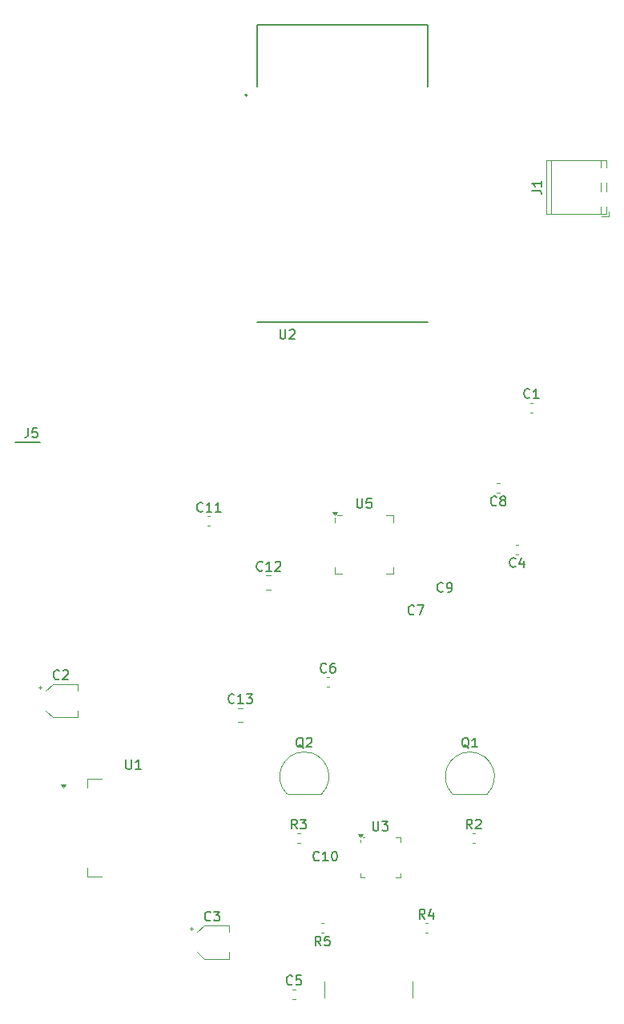
<source format=gbr>
%TF.GenerationSoftware,KiCad,Pcbnew,8.0.4*%
%TF.CreationDate,2025-08-04T00:55:42+05:30*%
%TF.ProjectId,Receiver,52656365-6976-4657-922e-6b696361645f,rev?*%
%TF.SameCoordinates,Original*%
%TF.FileFunction,Legend,Top*%
%TF.FilePolarity,Positive*%
%FSLAX46Y46*%
G04 Gerber Fmt 4.6, Leading zero omitted, Abs format (unit mm)*
G04 Created by KiCad (PCBNEW 8.0.4) date 2025-08-04 00:55:42*
%MOMM*%
%LPD*%
G01*
G04 APERTURE LIST*
%ADD10C,0.150000*%
%ADD11C,0.120000*%
%ADD12C,0.127000*%
%ADD13C,0.200000*%
G04 APERTURE END LIST*
D10*
X138288095Y-93612319D02*
X138288095Y-94421842D01*
X138288095Y-94421842D02*
X138335714Y-94517080D01*
X138335714Y-94517080D02*
X138383333Y-94564700D01*
X138383333Y-94564700D02*
X138478571Y-94612319D01*
X138478571Y-94612319D02*
X138669047Y-94612319D01*
X138669047Y-94612319D02*
X138764285Y-94564700D01*
X138764285Y-94564700D02*
X138811904Y-94517080D01*
X138811904Y-94517080D02*
X138859523Y-94421842D01*
X138859523Y-94421842D02*
X138859523Y-93612319D01*
X139811904Y-93612319D02*
X139335714Y-93612319D01*
X139335714Y-93612319D02*
X139288095Y-94088509D01*
X139288095Y-94088509D02*
X139335714Y-94040890D01*
X139335714Y-94040890D02*
X139430952Y-93993271D01*
X139430952Y-93993271D02*
X139669047Y-93993271D01*
X139669047Y-93993271D02*
X139764285Y-94040890D01*
X139764285Y-94040890D02*
X139811904Y-94088509D01*
X139811904Y-94088509D02*
X139859523Y-94183747D01*
X139859523Y-94183747D02*
X139859523Y-94421842D01*
X139859523Y-94421842D02*
X139811904Y-94517080D01*
X139811904Y-94517080D02*
X139764285Y-94564700D01*
X139764285Y-94564700D02*
X139669047Y-94612319D01*
X139669047Y-94612319D02*
X139430952Y-94612319D01*
X139430952Y-94612319D02*
X139335714Y-94564700D01*
X139335714Y-94564700D02*
X139288095Y-94517080D01*
X139988095Y-127717319D02*
X139988095Y-128526842D01*
X139988095Y-128526842D02*
X140035714Y-128622080D01*
X140035714Y-128622080D02*
X140083333Y-128669700D01*
X140083333Y-128669700D02*
X140178571Y-128717319D01*
X140178571Y-128717319D02*
X140369047Y-128717319D01*
X140369047Y-128717319D02*
X140464285Y-128669700D01*
X140464285Y-128669700D02*
X140511904Y-128622080D01*
X140511904Y-128622080D02*
X140559523Y-128526842D01*
X140559523Y-128526842D02*
X140559523Y-127717319D01*
X140940476Y-127717319D02*
X141559523Y-127717319D01*
X141559523Y-127717319D02*
X141226190Y-128098271D01*
X141226190Y-128098271D02*
X141369047Y-128098271D01*
X141369047Y-128098271D02*
X141464285Y-128145890D01*
X141464285Y-128145890D02*
X141511904Y-128193509D01*
X141511904Y-128193509D02*
X141559523Y-128288747D01*
X141559523Y-128288747D02*
X141559523Y-128526842D01*
X141559523Y-128526842D02*
X141511904Y-128622080D01*
X141511904Y-128622080D02*
X141464285Y-128669700D01*
X141464285Y-128669700D02*
X141369047Y-128717319D01*
X141369047Y-128717319D02*
X141083333Y-128717319D01*
X141083333Y-128717319D02*
X140988095Y-128669700D01*
X140988095Y-128669700D02*
X140940476Y-128622080D01*
X130163095Y-75739819D02*
X130163095Y-76549342D01*
X130163095Y-76549342D02*
X130210714Y-76644580D01*
X130210714Y-76644580D02*
X130258333Y-76692200D01*
X130258333Y-76692200D02*
X130353571Y-76739819D01*
X130353571Y-76739819D02*
X130544047Y-76739819D01*
X130544047Y-76739819D02*
X130639285Y-76692200D01*
X130639285Y-76692200D02*
X130686904Y-76644580D01*
X130686904Y-76644580D02*
X130734523Y-76549342D01*
X130734523Y-76549342D02*
X130734523Y-75739819D01*
X131163095Y-75835057D02*
X131210714Y-75787438D01*
X131210714Y-75787438D02*
X131305952Y-75739819D01*
X131305952Y-75739819D02*
X131544047Y-75739819D01*
X131544047Y-75739819D02*
X131639285Y-75787438D01*
X131639285Y-75787438D02*
X131686904Y-75835057D01*
X131686904Y-75835057D02*
X131734523Y-75930295D01*
X131734523Y-75930295D02*
X131734523Y-76025533D01*
X131734523Y-76025533D02*
X131686904Y-76168390D01*
X131686904Y-76168390D02*
X131115476Y-76739819D01*
X131115476Y-76739819D02*
X131734523Y-76739819D01*
X113888095Y-121204819D02*
X113888095Y-122014342D01*
X113888095Y-122014342D02*
X113935714Y-122109580D01*
X113935714Y-122109580D02*
X113983333Y-122157200D01*
X113983333Y-122157200D02*
X114078571Y-122204819D01*
X114078571Y-122204819D02*
X114269047Y-122204819D01*
X114269047Y-122204819D02*
X114364285Y-122157200D01*
X114364285Y-122157200D02*
X114411904Y-122109580D01*
X114411904Y-122109580D02*
X114459523Y-122014342D01*
X114459523Y-122014342D02*
X114459523Y-121204819D01*
X115459523Y-122204819D02*
X114888095Y-122204819D01*
X115173809Y-122204819D02*
X115173809Y-121204819D01*
X115173809Y-121204819D02*
X115078571Y-121347676D01*
X115078571Y-121347676D02*
X114983333Y-121442914D01*
X114983333Y-121442914D02*
X114888095Y-121490533D01*
X134470833Y-140884819D02*
X134137500Y-140408628D01*
X133899405Y-140884819D02*
X133899405Y-139884819D01*
X133899405Y-139884819D02*
X134280357Y-139884819D01*
X134280357Y-139884819D02*
X134375595Y-139932438D01*
X134375595Y-139932438D02*
X134423214Y-139980057D01*
X134423214Y-139980057D02*
X134470833Y-140075295D01*
X134470833Y-140075295D02*
X134470833Y-140218152D01*
X134470833Y-140218152D02*
X134423214Y-140313390D01*
X134423214Y-140313390D02*
X134375595Y-140361009D01*
X134375595Y-140361009D02*
X134280357Y-140408628D01*
X134280357Y-140408628D02*
X133899405Y-140408628D01*
X135375595Y-139884819D02*
X134899405Y-139884819D01*
X134899405Y-139884819D02*
X134851786Y-140361009D01*
X134851786Y-140361009D02*
X134899405Y-140313390D01*
X134899405Y-140313390D02*
X134994643Y-140265771D01*
X134994643Y-140265771D02*
X135232738Y-140265771D01*
X135232738Y-140265771D02*
X135327976Y-140313390D01*
X135327976Y-140313390D02*
X135375595Y-140361009D01*
X135375595Y-140361009D02*
X135423214Y-140456247D01*
X135423214Y-140456247D02*
X135423214Y-140694342D01*
X135423214Y-140694342D02*
X135375595Y-140789580D01*
X135375595Y-140789580D02*
X135327976Y-140837200D01*
X135327976Y-140837200D02*
X135232738Y-140884819D01*
X135232738Y-140884819D02*
X134994643Y-140884819D01*
X134994643Y-140884819D02*
X134899405Y-140837200D01*
X134899405Y-140837200D02*
X134851786Y-140789580D01*
X145470833Y-138024819D02*
X145137500Y-137548628D01*
X144899405Y-138024819D02*
X144899405Y-137024819D01*
X144899405Y-137024819D02*
X145280357Y-137024819D01*
X145280357Y-137024819D02*
X145375595Y-137072438D01*
X145375595Y-137072438D02*
X145423214Y-137120057D01*
X145423214Y-137120057D02*
X145470833Y-137215295D01*
X145470833Y-137215295D02*
X145470833Y-137358152D01*
X145470833Y-137358152D02*
X145423214Y-137453390D01*
X145423214Y-137453390D02*
X145375595Y-137501009D01*
X145375595Y-137501009D02*
X145280357Y-137548628D01*
X145280357Y-137548628D02*
X144899405Y-137548628D01*
X146327976Y-137358152D02*
X146327976Y-138024819D01*
X146089881Y-136977200D02*
X145851786Y-137691485D01*
X145851786Y-137691485D02*
X146470833Y-137691485D01*
X131970833Y-128524819D02*
X131637500Y-128048628D01*
X131399405Y-128524819D02*
X131399405Y-127524819D01*
X131399405Y-127524819D02*
X131780357Y-127524819D01*
X131780357Y-127524819D02*
X131875595Y-127572438D01*
X131875595Y-127572438D02*
X131923214Y-127620057D01*
X131923214Y-127620057D02*
X131970833Y-127715295D01*
X131970833Y-127715295D02*
X131970833Y-127858152D01*
X131970833Y-127858152D02*
X131923214Y-127953390D01*
X131923214Y-127953390D02*
X131875595Y-128001009D01*
X131875595Y-128001009D02*
X131780357Y-128048628D01*
X131780357Y-128048628D02*
X131399405Y-128048628D01*
X132304167Y-127524819D02*
X132923214Y-127524819D01*
X132923214Y-127524819D02*
X132589881Y-127905771D01*
X132589881Y-127905771D02*
X132732738Y-127905771D01*
X132732738Y-127905771D02*
X132827976Y-127953390D01*
X132827976Y-127953390D02*
X132875595Y-128001009D01*
X132875595Y-128001009D02*
X132923214Y-128096247D01*
X132923214Y-128096247D02*
X132923214Y-128334342D01*
X132923214Y-128334342D02*
X132875595Y-128429580D01*
X132875595Y-128429580D02*
X132827976Y-128477200D01*
X132827976Y-128477200D02*
X132732738Y-128524819D01*
X132732738Y-128524819D02*
X132447024Y-128524819D01*
X132447024Y-128524819D02*
X132351786Y-128477200D01*
X132351786Y-128477200D02*
X132304167Y-128429580D01*
X150470833Y-128524819D02*
X150137500Y-128048628D01*
X149899405Y-128524819D02*
X149899405Y-127524819D01*
X149899405Y-127524819D02*
X150280357Y-127524819D01*
X150280357Y-127524819D02*
X150375595Y-127572438D01*
X150375595Y-127572438D02*
X150423214Y-127620057D01*
X150423214Y-127620057D02*
X150470833Y-127715295D01*
X150470833Y-127715295D02*
X150470833Y-127858152D01*
X150470833Y-127858152D02*
X150423214Y-127953390D01*
X150423214Y-127953390D02*
X150375595Y-128001009D01*
X150375595Y-128001009D02*
X150280357Y-128048628D01*
X150280357Y-128048628D02*
X149899405Y-128048628D01*
X150851786Y-127620057D02*
X150899405Y-127572438D01*
X150899405Y-127572438D02*
X150994643Y-127524819D01*
X150994643Y-127524819D02*
X151232738Y-127524819D01*
X151232738Y-127524819D02*
X151327976Y-127572438D01*
X151327976Y-127572438D02*
X151375595Y-127620057D01*
X151375595Y-127620057D02*
X151423214Y-127715295D01*
X151423214Y-127715295D02*
X151423214Y-127810533D01*
X151423214Y-127810533D02*
X151375595Y-127953390D01*
X151375595Y-127953390D02*
X150804167Y-128524819D01*
X150804167Y-128524819D02*
X151423214Y-128524819D01*
X132634761Y-119990057D02*
X132539523Y-119942438D01*
X132539523Y-119942438D02*
X132444285Y-119847200D01*
X132444285Y-119847200D02*
X132301428Y-119704342D01*
X132301428Y-119704342D02*
X132206190Y-119656723D01*
X132206190Y-119656723D02*
X132110952Y-119656723D01*
X132158571Y-119894819D02*
X132063333Y-119847200D01*
X132063333Y-119847200D02*
X131968095Y-119751961D01*
X131968095Y-119751961D02*
X131920476Y-119561485D01*
X131920476Y-119561485D02*
X131920476Y-119228152D01*
X131920476Y-119228152D02*
X131968095Y-119037676D01*
X131968095Y-119037676D02*
X132063333Y-118942438D01*
X132063333Y-118942438D02*
X132158571Y-118894819D01*
X132158571Y-118894819D02*
X132349047Y-118894819D01*
X132349047Y-118894819D02*
X132444285Y-118942438D01*
X132444285Y-118942438D02*
X132539523Y-119037676D01*
X132539523Y-119037676D02*
X132587142Y-119228152D01*
X132587142Y-119228152D02*
X132587142Y-119561485D01*
X132587142Y-119561485D02*
X132539523Y-119751961D01*
X132539523Y-119751961D02*
X132444285Y-119847200D01*
X132444285Y-119847200D02*
X132349047Y-119894819D01*
X132349047Y-119894819D02*
X132158571Y-119894819D01*
X132968095Y-118990057D02*
X133015714Y-118942438D01*
X133015714Y-118942438D02*
X133110952Y-118894819D01*
X133110952Y-118894819D02*
X133349047Y-118894819D01*
X133349047Y-118894819D02*
X133444285Y-118942438D01*
X133444285Y-118942438D02*
X133491904Y-118990057D01*
X133491904Y-118990057D02*
X133539523Y-119085295D01*
X133539523Y-119085295D02*
X133539523Y-119180533D01*
X133539523Y-119180533D02*
X133491904Y-119323390D01*
X133491904Y-119323390D02*
X132920476Y-119894819D01*
X132920476Y-119894819D02*
X133539523Y-119894819D01*
X150134761Y-119990057D02*
X150039523Y-119942438D01*
X150039523Y-119942438D02*
X149944285Y-119847200D01*
X149944285Y-119847200D02*
X149801428Y-119704342D01*
X149801428Y-119704342D02*
X149706190Y-119656723D01*
X149706190Y-119656723D02*
X149610952Y-119656723D01*
X149658571Y-119894819D02*
X149563333Y-119847200D01*
X149563333Y-119847200D02*
X149468095Y-119751961D01*
X149468095Y-119751961D02*
X149420476Y-119561485D01*
X149420476Y-119561485D02*
X149420476Y-119228152D01*
X149420476Y-119228152D02*
X149468095Y-119037676D01*
X149468095Y-119037676D02*
X149563333Y-118942438D01*
X149563333Y-118942438D02*
X149658571Y-118894819D01*
X149658571Y-118894819D02*
X149849047Y-118894819D01*
X149849047Y-118894819D02*
X149944285Y-118942438D01*
X149944285Y-118942438D02*
X150039523Y-119037676D01*
X150039523Y-119037676D02*
X150087142Y-119228152D01*
X150087142Y-119228152D02*
X150087142Y-119561485D01*
X150087142Y-119561485D02*
X150039523Y-119751961D01*
X150039523Y-119751961D02*
X149944285Y-119847200D01*
X149944285Y-119847200D02*
X149849047Y-119894819D01*
X149849047Y-119894819D02*
X149658571Y-119894819D01*
X151039523Y-119894819D02*
X150468095Y-119894819D01*
X150753809Y-119894819D02*
X150753809Y-118894819D01*
X150753809Y-118894819D02*
X150658571Y-119037676D01*
X150658571Y-119037676D02*
X150563333Y-119132914D01*
X150563333Y-119132914D02*
X150468095Y-119180533D01*
X103537626Y-86164359D02*
X103537626Y-86879449D01*
X103537626Y-86879449D02*
X103489953Y-87022467D01*
X103489953Y-87022467D02*
X103394608Y-87117813D01*
X103394608Y-87117813D02*
X103251590Y-87165485D01*
X103251590Y-87165485D02*
X103156245Y-87165485D01*
X104491080Y-86164359D02*
X104014353Y-86164359D01*
X104014353Y-86164359D02*
X103966680Y-86641086D01*
X103966680Y-86641086D02*
X104014353Y-86593413D01*
X104014353Y-86593413D02*
X104109698Y-86545741D01*
X104109698Y-86545741D02*
X104348062Y-86545741D01*
X104348062Y-86545741D02*
X104443407Y-86593413D01*
X104443407Y-86593413D02*
X104491080Y-86641086D01*
X104491080Y-86641086D02*
X104538752Y-86736431D01*
X104538752Y-86736431D02*
X104538752Y-86974795D01*
X104538752Y-86974795D02*
X104491080Y-87070140D01*
X104491080Y-87070140D02*
X104443407Y-87117813D01*
X104443407Y-87117813D02*
X104348062Y-87165485D01*
X104348062Y-87165485D02*
X104109698Y-87165485D01*
X104109698Y-87165485D02*
X104014353Y-87117813D01*
X104014353Y-87117813D02*
X103966680Y-87070140D01*
X156794819Y-61063333D02*
X157509104Y-61063333D01*
X157509104Y-61063333D02*
X157651961Y-61110952D01*
X157651961Y-61110952D02*
X157747200Y-61206190D01*
X157747200Y-61206190D02*
X157794819Y-61349047D01*
X157794819Y-61349047D02*
X157794819Y-61444285D01*
X157794819Y-60063333D02*
X157794819Y-60634761D01*
X157794819Y-60349047D02*
X156794819Y-60349047D01*
X156794819Y-60349047D02*
X156937676Y-60444285D01*
X156937676Y-60444285D02*
X157032914Y-60539523D01*
X157032914Y-60539523D02*
X157080533Y-60634761D01*
X125319642Y-115179580D02*
X125272023Y-115227200D01*
X125272023Y-115227200D02*
X125129166Y-115274819D01*
X125129166Y-115274819D02*
X125033928Y-115274819D01*
X125033928Y-115274819D02*
X124891071Y-115227200D01*
X124891071Y-115227200D02*
X124795833Y-115131961D01*
X124795833Y-115131961D02*
X124748214Y-115036723D01*
X124748214Y-115036723D02*
X124700595Y-114846247D01*
X124700595Y-114846247D02*
X124700595Y-114703390D01*
X124700595Y-114703390D02*
X124748214Y-114512914D01*
X124748214Y-114512914D02*
X124795833Y-114417676D01*
X124795833Y-114417676D02*
X124891071Y-114322438D01*
X124891071Y-114322438D02*
X125033928Y-114274819D01*
X125033928Y-114274819D02*
X125129166Y-114274819D01*
X125129166Y-114274819D02*
X125272023Y-114322438D01*
X125272023Y-114322438D02*
X125319642Y-114370057D01*
X126272023Y-115274819D02*
X125700595Y-115274819D01*
X125986309Y-115274819D02*
X125986309Y-114274819D01*
X125986309Y-114274819D02*
X125891071Y-114417676D01*
X125891071Y-114417676D02*
X125795833Y-114512914D01*
X125795833Y-114512914D02*
X125700595Y-114560533D01*
X126605357Y-114274819D02*
X127224404Y-114274819D01*
X127224404Y-114274819D02*
X126891071Y-114655771D01*
X126891071Y-114655771D02*
X127033928Y-114655771D01*
X127033928Y-114655771D02*
X127129166Y-114703390D01*
X127129166Y-114703390D02*
X127176785Y-114751009D01*
X127176785Y-114751009D02*
X127224404Y-114846247D01*
X127224404Y-114846247D02*
X127224404Y-115084342D01*
X127224404Y-115084342D02*
X127176785Y-115179580D01*
X127176785Y-115179580D02*
X127129166Y-115227200D01*
X127129166Y-115227200D02*
X127033928Y-115274819D01*
X127033928Y-115274819D02*
X126748214Y-115274819D01*
X126748214Y-115274819D02*
X126652976Y-115227200D01*
X126652976Y-115227200D02*
X126605357Y-115179580D01*
X128319642Y-101179580D02*
X128272023Y-101227200D01*
X128272023Y-101227200D02*
X128129166Y-101274819D01*
X128129166Y-101274819D02*
X128033928Y-101274819D01*
X128033928Y-101274819D02*
X127891071Y-101227200D01*
X127891071Y-101227200D02*
X127795833Y-101131961D01*
X127795833Y-101131961D02*
X127748214Y-101036723D01*
X127748214Y-101036723D02*
X127700595Y-100846247D01*
X127700595Y-100846247D02*
X127700595Y-100703390D01*
X127700595Y-100703390D02*
X127748214Y-100512914D01*
X127748214Y-100512914D02*
X127795833Y-100417676D01*
X127795833Y-100417676D02*
X127891071Y-100322438D01*
X127891071Y-100322438D02*
X128033928Y-100274819D01*
X128033928Y-100274819D02*
X128129166Y-100274819D01*
X128129166Y-100274819D02*
X128272023Y-100322438D01*
X128272023Y-100322438D02*
X128319642Y-100370057D01*
X129272023Y-101274819D02*
X128700595Y-101274819D01*
X128986309Y-101274819D02*
X128986309Y-100274819D01*
X128986309Y-100274819D02*
X128891071Y-100417676D01*
X128891071Y-100417676D02*
X128795833Y-100512914D01*
X128795833Y-100512914D02*
X128700595Y-100560533D01*
X129652976Y-100370057D02*
X129700595Y-100322438D01*
X129700595Y-100322438D02*
X129795833Y-100274819D01*
X129795833Y-100274819D02*
X130033928Y-100274819D01*
X130033928Y-100274819D02*
X130129166Y-100322438D01*
X130129166Y-100322438D02*
X130176785Y-100370057D01*
X130176785Y-100370057D02*
X130224404Y-100465295D01*
X130224404Y-100465295D02*
X130224404Y-100560533D01*
X130224404Y-100560533D02*
X130176785Y-100703390D01*
X130176785Y-100703390D02*
X129605357Y-101274819D01*
X129605357Y-101274819D02*
X130224404Y-101274819D01*
X121994642Y-94929580D02*
X121947023Y-94977200D01*
X121947023Y-94977200D02*
X121804166Y-95024819D01*
X121804166Y-95024819D02*
X121708928Y-95024819D01*
X121708928Y-95024819D02*
X121566071Y-94977200D01*
X121566071Y-94977200D02*
X121470833Y-94881961D01*
X121470833Y-94881961D02*
X121423214Y-94786723D01*
X121423214Y-94786723D02*
X121375595Y-94596247D01*
X121375595Y-94596247D02*
X121375595Y-94453390D01*
X121375595Y-94453390D02*
X121423214Y-94262914D01*
X121423214Y-94262914D02*
X121470833Y-94167676D01*
X121470833Y-94167676D02*
X121566071Y-94072438D01*
X121566071Y-94072438D02*
X121708928Y-94024819D01*
X121708928Y-94024819D02*
X121804166Y-94024819D01*
X121804166Y-94024819D02*
X121947023Y-94072438D01*
X121947023Y-94072438D02*
X121994642Y-94120057D01*
X122947023Y-95024819D02*
X122375595Y-95024819D01*
X122661309Y-95024819D02*
X122661309Y-94024819D01*
X122661309Y-94024819D02*
X122566071Y-94167676D01*
X122566071Y-94167676D02*
X122470833Y-94262914D01*
X122470833Y-94262914D02*
X122375595Y-94310533D01*
X123899404Y-95024819D02*
X123327976Y-95024819D01*
X123613690Y-95024819D02*
X123613690Y-94024819D01*
X123613690Y-94024819D02*
X123518452Y-94167676D01*
X123518452Y-94167676D02*
X123423214Y-94262914D01*
X123423214Y-94262914D02*
X123327976Y-94310533D01*
X134289642Y-131809580D02*
X134242023Y-131857200D01*
X134242023Y-131857200D02*
X134099166Y-131904819D01*
X134099166Y-131904819D02*
X134003928Y-131904819D01*
X134003928Y-131904819D02*
X133861071Y-131857200D01*
X133861071Y-131857200D02*
X133765833Y-131761961D01*
X133765833Y-131761961D02*
X133718214Y-131666723D01*
X133718214Y-131666723D02*
X133670595Y-131476247D01*
X133670595Y-131476247D02*
X133670595Y-131333390D01*
X133670595Y-131333390D02*
X133718214Y-131142914D01*
X133718214Y-131142914D02*
X133765833Y-131047676D01*
X133765833Y-131047676D02*
X133861071Y-130952438D01*
X133861071Y-130952438D02*
X134003928Y-130904819D01*
X134003928Y-130904819D02*
X134099166Y-130904819D01*
X134099166Y-130904819D02*
X134242023Y-130952438D01*
X134242023Y-130952438D02*
X134289642Y-131000057D01*
X135242023Y-131904819D02*
X134670595Y-131904819D01*
X134956309Y-131904819D02*
X134956309Y-130904819D01*
X134956309Y-130904819D02*
X134861071Y-131047676D01*
X134861071Y-131047676D02*
X134765833Y-131142914D01*
X134765833Y-131142914D02*
X134670595Y-131190533D01*
X135861071Y-130904819D02*
X135956309Y-130904819D01*
X135956309Y-130904819D02*
X136051547Y-130952438D01*
X136051547Y-130952438D02*
X136099166Y-131000057D01*
X136099166Y-131000057D02*
X136146785Y-131095295D01*
X136146785Y-131095295D02*
X136194404Y-131285771D01*
X136194404Y-131285771D02*
X136194404Y-131523866D01*
X136194404Y-131523866D02*
X136146785Y-131714342D01*
X136146785Y-131714342D02*
X136099166Y-131809580D01*
X136099166Y-131809580D02*
X136051547Y-131857200D01*
X136051547Y-131857200D02*
X135956309Y-131904819D01*
X135956309Y-131904819D02*
X135861071Y-131904819D01*
X135861071Y-131904819D02*
X135765833Y-131857200D01*
X135765833Y-131857200D02*
X135718214Y-131809580D01*
X135718214Y-131809580D02*
X135670595Y-131714342D01*
X135670595Y-131714342D02*
X135622976Y-131523866D01*
X135622976Y-131523866D02*
X135622976Y-131285771D01*
X135622976Y-131285771D02*
X135670595Y-131095295D01*
X135670595Y-131095295D02*
X135718214Y-131000057D01*
X135718214Y-131000057D02*
X135765833Y-130952438D01*
X135765833Y-130952438D02*
X135861071Y-130904819D01*
X147400833Y-103409580D02*
X147353214Y-103457200D01*
X147353214Y-103457200D02*
X147210357Y-103504819D01*
X147210357Y-103504819D02*
X147115119Y-103504819D01*
X147115119Y-103504819D02*
X146972262Y-103457200D01*
X146972262Y-103457200D02*
X146877024Y-103361961D01*
X146877024Y-103361961D02*
X146829405Y-103266723D01*
X146829405Y-103266723D02*
X146781786Y-103076247D01*
X146781786Y-103076247D02*
X146781786Y-102933390D01*
X146781786Y-102933390D02*
X146829405Y-102742914D01*
X146829405Y-102742914D02*
X146877024Y-102647676D01*
X146877024Y-102647676D02*
X146972262Y-102552438D01*
X146972262Y-102552438D02*
X147115119Y-102504819D01*
X147115119Y-102504819D02*
X147210357Y-102504819D01*
X147210357Y-102504819D02*
X147353214Y-102552438D01*
X147353214Y-102552438D02*
X147400833Y-102600057D01*
X147877024Y-103504819D02*
X148067500Y-103504819D01*
X148067500Y-103504819D02*
X148162738Y-103457200D01*
X148162738Y-103457200D02*
X148210357Y-103409580D01*
X148210357Y-103409580D02*
X148305595Y-103266723D01*
X148305595Y-103266723D02*
X148353214Y-103076247D01*
X148353214Y-103076247D02*
X148353214Y-102695295D01*
X148353214Y-102695295D02*
X148305595Y-102600057D01*
X148305595Y-102600057D02*
X148257976Y-102552438D01*
X148257976Y-102552438D02*
X148162738Y-102504819D01*
X148162738Y-102504819D02*
X147972262Y-102504819D01*
X147972262Y-102504819D02*
X147877024Y-102552438D01*
X147877024Y-102552438D02*
X147829405Y-102600057D01*
X147829405Y-102600057D02*
X147781786Y-102695295D01*
X147781786Y-102695295D02*
X147781786Y-102933390D01*
X147781786Y-102933390D02*
X147829405Y-103028628D01*
X147829405Y-103028628D02*
X147877024Y-103076247D01*
X147877024Y-103076247D02*
X147972262Y-103123866D01*
X147972262Y-103123866D02*
X148162738Y-103123866D01*
X148162738Y-103123866D02*
X148257976Y-103076247D01*
X148257976Y-103076247D02*
X148305595Y-103028628D01*
X148305595Y-103028628D02*
X148353214Y-102933390D01*
X153058333Y-94289580D02*
X153010714Y-94337200D01*
X153010714Y-94337200D02*
X152867857Y-94384819D01*
X152867857Y-94384819D02*
X152772619Y-94384819D01*
X152772619Y-94384819D02*
X152629762Y-94337200D01*
X152629762Y-94337200D02*
X152534524Y-94241961D01*
X152534524Y-94241961D02*
X152486905Y-94146723D01*
X152486905Y-94146723D02*
X152439286Y-93956247D01*
X152439286Y-93956247D02*
X152439286Y-93813390D01*
X152439286Y-93813390D02*
X152486905Y-93622914D01*
X152486905Y-93622914D02*
X152534524Y-93527676D01*
X152534524Y-93527676D02*
X152629762Y-93432438D01*
X152629762Y-93432438D02*
X152772619Y-93384819D01*
X152772619Y-93384819D02*
X152867857Y-93384819D01*
X152867857Y-93384819D02*
X153010714Y-93432438D01*
X153010714Y-93432438D02*
X153058333Y-93480057D01*
X153629762Y-93813390D02*
X153534524Y-93765771D01*
X153534524Y-93765771D02*
X153486905Y-93718152D01*
X153486905Y-93718152D02*
X153439286Y-93622914D01*
X153439286Y-93622914D02*
X153439286Y-93575295D01*
X153439286Y-93575295D02*
X153486905Y-93480057D01*
X153486905Y-93480057D02*
X153534524Y-93432438D01*
X153534524Y-93432438D02*
X153629762Y-93384819D01*
X153629762Y-93384819D02*
X153820238Y-93384819D01*
X153820238Y-93384819D02*
X153915476Y-93432438D01*
X153915476Y-93432438D02*
X153963095Y-93480057D01*
X153963095Y-93480057D02*
X154010714Y-93575295D01*
X154010714Y-93575295D02*
X154010714Y-93622914D01*
X154010714Y-93622914D02*
X153963095Y-93718152D01*
X153963095Y-93718152D02*
X153915476Y-93765771D01*
X153915476Y-93765771D02*
X153820238Y-93813390D01*
X153820238Y-93813390D02*
X153629762Y-93813390D01*
X153629762Y-93813390D02*
X153534524Y-93861009D01*
X153534524Y-93861009D02*
X153486905Y-93908628D01*
X153486905Y-93908628D02*
X153439286Y-94003866D01*
X153439286Y-94003866D02*
X153439286Y-94194342D01*
X153439286Y-94194342D02*
X153486905Y-94289580D01*
X153486905Y-94289580D02*
X153534524Y-94337200D01*
X153534524Y-94337200D02*
X153629762Y-94384819D01*
X153629762Y-94384819D02*
X153820238Y-94384819D01*
X153820238Y-94384819D02*
X153915476Y-94337200D01*
X153915476Y-94337200D02*
X153963095Y-94289580D01*
X153963095Y-94289580D02*
X154010714Y-94194342D01*
X154010714Y-94194342D02*
X154010714Y-94003866D01*
X154010714Y-94003866D02*
X153963095Y-93908628D01*
X153963095Y-93908628D02*
X153915476Y-93861009D01*
X153915476Y-93861009D02*
X153820238Y-93813390D01*
X144333333Y-105809580D02*
X144285714Y-105857200D01*
X144285714Y-105857200D02*
X144142857Y-105904819D01*
X144142857Y-105904819D02*
X144047619Y-105904819D01*
X144047619Y-105904819D02*
X143904762Y-105857200D01*
X143904762Y-105857200D02*
X143809524Y-105761961D01*
X143809524Y-105761961D02*
X143761905Y-105666723D01*
X143761905Y-105666723D02*
X143714286Y-105476247D01*
X143714286Y-105476247D02*
X143714286Y-105333390D01*
X143714286Y-105333390D02*
X143761905Y-105142914D01*
X143761905Y-105142914D02*
X143809524Y-105047676D01*
X143809524Y-105047676D02*
X143904762Y-104952438D01*
X143904762Y-104952438D02*
X144047619Y-104904819D01*
X144047619Y-104904819D02*
X144142857Y-104904819D01*
X144142857Y-104904819D02*
X144285714Y-104952438D01*
X144285714Y-104952438D02*
X144333333Y-105000057D01*
X144666667Y-104904819D02*
X145333333Y-104904819D01*
X145333333Y-104904819D02*
X144904762Y-105904819D01*
X135058333Y-111929580D02*
X135010714Y-111977200D01*
X135010714Y-111977200D02*
X134867857Y-112024819D01*
X134867857Y-112024819D02*
X134772619Y-112024819D01*
X134772619Y-112024819D02*
X134629762Y-111977200D01*
X134629762Y-111977200D02*
X134534524Y-111881961D01*
X134534524Y-111881961D02*
X134486905Y-111786723D01*
X134486905Y-111786723D02*
X134439286Y-111596247D01*
X134439286Y-111596247D02*
X134439286Y-111453390D01*
X134439286Y-111453390D02*
X134486905Y-111262914D01*
X134486905Y-111262914D02*
X134534524Y-111167676D01*
X134534524Y-111167676D02*
X134629762Y-111072438D01*
X134629762Y-111072438D02*
X134772619Y-111024819D01*
X134772619Y-111024819D02*
X134867857Y-111024819D01*
X134867857Y-111024819D02*
X135010714Y-111072438D01*
X135010714Y-111072438D02*
X135058333Y-111120057D01*
X135915476Y-111024819D02*
X135725000Y-111024819D01*
X135725000Y-111024819D02*
X135629762Y-111072438D01*
X135629762Y-111072438D02*
X135582143Y-111120057D01*
X135582143Y-111120057D02*
X135486905Y-111262914D01*
X135486905Y-111262914D02*
X135439286Y-111453390D01*
X135439286Y-111453390D02*
X135439286Y-111834342D01*
X135439286Y-111834342D02*
X135486905Y-111929580D01*
X135486905Y-111929580D02*
X135534524Y-111977200D01*
X135534524Y-111977200D02*
X135629762Y-112024819D01*
X135629762Y-112024819D02*
X135820238Y-112024819D01*
X135820238Y-112024819D02*
X135915476Y-111977200D01*
X135915476Y-111977200D02*
X135963095Y-111929580D01*
X135963095Y-111929580D02*
X136010714Y-111834342D01*
X136010714Y-111834342D02*
X136010714Y-111596247D01*
X136010714Y-111596247D02*
X135963095Y-111501009D01*
X135963095Y-111501009D02*
X135915476Y-111453390D01*
X135915476Y-111453390D02*
X135820238Y-111405771D01*
X135820238Y-111405771D02*
X135629762Y-111405771D01*
X135629762Y-111405771D02*
X135534524Y-111453390D01*
X135534524Y-111453390D02*
X135486905Y-111501009D01*
X135486905Y-111501009D02*
X135439286Y-111596247D01*
X131470833Y-144929580D02*
X131423214Y-144977200D01*
X131423214Y-144977200D02*
X131280357Y-145024819D01*
X131280357Y-145024819D02*
X131185119Y-145024819D01*
X131185119Y-145024819D02*
X131042262Y-144977200D01*
X131042262Y-144977200D02*
X130947024Y-144881961D01*
X130947024Y-144881961D02*
X130899405Y-144786723D01*
X130899405Y-144786723D02*
X130851786Y-144596247D01*
X130851786Y-144596247D02*
X130851786Y-144453390D01*
X130851786Y-144453390D02*
X130899405Y-144262914D01*
X130899405Y-144262914D02*
X130947024Y-144167676D01*
X130947024Y-144167676D02*
X131042262Y-144072438D01*
X131042262Y-144072438D02*
X131185119Y-144024819D01*
X131185119Y-144024819D02*
X131280357Y-144024819D01*
X131280357Y-144024819D02*
X131423214Y-144072438D01*
X131423214Y-144072438D02*
X131470833Y-144120057D01*
X132375595Y-144024819D02*
X131899405Y-144024819D01*
X131899405Y-144024819D02*
X131851786Y-144501009D01*
X131851786Y-144501009D02*
X131899405Y-144453390D01*
X131899405Y-144453390D02*
X131994643Y-144405771D01*
X131994643Y-144405771D02*
X132232738Y-144405771D01*
X132232738Y-144405771D02*
X132327976Y-144453390D01*
X132327976Y-144453390D02*
X132375595Y-144501009D01*
X132375595Y-144501009D02*
X132423214Y-144596247D01*
X132423214Y-144596247D02*
X132423214Y-144834342D01*
X132423214Y-144834342D02*
X132375595Y-144929580D01*
X132375595Y-144929580D02*
X132327976Y-144977200D01*
X132327976Y-144977200D02*
X132232738Y-145024819D01*
X132232738Y-145024819D02*
X131994643Y-145024819D01*
X131994643Y-145024819D02*
X131899405Y-144977200D01*
X131899405Y-144977200D02*
X131851786Y-144929580D01*
X155058333Y-100789580D02*
X155010714Y-100837200D01*
X155010714Y-100837200D02*
X154867857Y-100884819D01*
X154867857Y-100884819D02*
X154772619Y-100884819D01*
X154772619Y-100884819D02*
X154629762Y-100837200D01*
X154629762Y-100837200D02*
X154534524Y-100741961D01*
X154534524Y-100741961D02*
X154486905Y-100646723D01*
X154486905Y-100646723D02*
X154439286Y-100456247D01*
X154439286Y-100456247D02*
X154439286Y-100313390D01*
X154439286Y-100313390D02*
X154486905Y-100122914D01*
X154486905Y-100122914D02*
X154534524Y-100027676D01*
X154534524Y-100027676D02*
X154629762Y-99932438D01*
X154629762Y-99932438D02*
X154772619Y-99884819D01*
X154772619Y-99884819D02*
X154867857Y-99884819D01*
X154867857Y-99884819D02*
X155010714Y-99932438D01*
X155010714Y-99932438D02*
X155058333Y-99980057D01*
X155915476Y-100218152D02*
X155915476Y-100884819D01*
X155677381Y-99837200D02*
X155439286Y-100551485D01*
X155439286Y-100551485D02*
X156058333Y-100551485D01*
X122833333Y-138159580D02*
X122785714Y-138207200D01*
X122785714Y-138207200D02*
X122642857Y-138254819D01*
X122642857Y-138254819D02*
X122547619Y-138254819D01*
X122547619Y-138254819D02*
X122404762Y-138207200D01*
X122404762Y-138207200D02*
X122309524Y-138111961D01*
X122309524Y-138111961D02*
X122261905Y-138016723D01*
X122261905Y-138016723D02*
X122214286Y-137826247D01*
X122214286Y-137826247D02*
X122214286Y-137683390D01*
X122214286Y-137683390D02*
X122261905Y-137492914D01*
X122261905Y-137492914D02*
X122309524Y-137397676D01*
X122309524Y-137397676D02*
X122404762Y-137302438D01*
X122404762Y-137302438D02*
X122547619Y-137254819D01*
X122547619Y-137254819D02*
X122642857Y-137254819D01*
X122642857Y-137254819D02*
X122785714Y-137302438D01*
X122785714Y-137302438D02*
X122833333Y-137350057D01*
X123166667Y-137254819D02*
X123785714Y-137254819D01*
X123785714Y-137254819D02*
X123452381Y-137635771D01*
X123452381Y-137635771D02*
X123595238Y-137635771D01*
X123595238Y-137635771D02*
X123690476Y-137683390D01*
X123690476Y-137683390D02*
X123738095Y-137731009D01*
X123738095Y-137731009D02*
X123785714Y-137826247D01*
X123785714Y-137826247D02*
X123785714Y-138064342D01*
X123785714Y-138064342D02*
X123738095Y-138159580D01*
X123738095Y-138159580D02*
X123690476Y-138207200D01*
X123690476Y-138207200D02*
X123595238Y-138254819D01*
X123595238Y-138254819D02*
X123309524Y-138254819D01*
X123309524Y-138254819D02*
X123214286Y-138207200D01*
X123214286Y-138207200D02*
X123166667Y-138159580D01*
X106833333Y-112659580D02*
X106785714Y-112707200D01*
X106785714Y-112707200D02*
X106642857Y-112754819D01*
X106642857Y-112754819D02*
X106547619Y-112754819D01*
X106547619Y-112754819D02*
X106404762Y-112707200D01*
X106404762Y-112707200D02*
X106309524Y-112611961D01*
X106309524Y-112611961D02*
X106261905Y-112516723D01*
X106261905Y-112516723D02*
X106214286Y-112326247D01*
X106214286Y-112326247D02*
X106214286Y-112183390D01*
X106214286Y-112183390D02*
X106261905Y-111992914D01*
X106261905Y-111992914D02*
X106309524Y-111897676D01*
X106309524Y-111897676D02*
X106404762Y-111802438D01*
X106404762Y-111802438D02*
X106547619Y-111754819D01*
X106547619Y-111754819D02*
X106642857Y-111754819D01*
X106642857Y-111754819D02*
X106785714Y-111802438D01*
X106785714Y-111802438D02*
X106833333Y-111850057D01*
X107214286Y-111850057D02*
X107261905Y-111802438D01*
X107261905Y-111802438D02*
X107357143Y-111754819D01*
X107357143Y-111754819D02*
X107595238Y-111754819D01*
X107595238Y-111754819D02*
X107690476Y-111802438D01*
X107690476Y-111802438D02*
X107738095Y-111850057D01*
X107738095Y-111850057D02*
X107785714Y-111945295D01*
X107785714Y-111945295D02*
X107785714Y-112040533D01*
X107785714Y-112040533D02*
X107738095Y-112183390D01*
X107738095Y-112183390D02*
X107166667Y-112754819D01*
X107166667Y-112754819D02*
X107785714Y-112754819D01*
X156558333Y-82929580D02*
X156510714Y-82977200D01*
X156510714Y-82977200D02*
X156367857Y-83024819D01*
X156367857Y-83024819D02*
X156272619Y-83024819D01*
X156272619Y-83024819D02*
X156129762Y-82977200D01*
X156129762Y-82977200D02*
X156034524Y-82881961D01*
X156034524Y-82881961D02*
X155986905Y-82786723D01*
X155986905Y-82786723D02*
X155939286Y-82596247D01*
X155939286Y-82596247D02*
X155939286Y-82453390D01*
X155939286Y-82453390D02*
X155986905Y-82262914D01*
X155986905Y-82262914D02*
X156034524Y-82167676D01*
X156034524Y-82167676D02*
X156129762Y-82072438D01*
X156129762Y-82072438D02*
X156272619Y-82024819D01*
X156272619Y-82024819D02*
X156367857Y-82024819D01*
X156367857Y-82024819D02*
X156510714Y-82072438D01*
X156510714Y-82072438D02*
X156558333Y-82120057D01*
X157510714Y-83024819D02*
X156939286Y-83024819D01*
X157225000Y-83024819D02*
X157225000Y-82024819D01*
X157225000Y-82024819D02*
X157129762Y-82167676D01*
X157129762Y-82167676D02*
X157034524Y-82262914D01*
X157034524Y-82262914D02*
X156939286Y-82310533D01*
D11*
%TO.C,U5*%
X135940000Y-96127500D02*
X135940000Y-95617500D01*
X135940000Y-101597500D02*
X135940000Y-100847500D01*
X136690000Y-95377500D02*
X136240000Y-95377500D01*
X136690000Y-101597500D02*
X135940000Y-101597500D01*
X141410000Y-95377500D02*
X142160000Y-95377500D01*
X141410000Y-101597500D02*
X142160000Y-101597500D01*
X142160000Y-95377500D02*
X142160000Y-96127500D01*
X142160000Y-101597500D02*
X142160000Y-100847500D01*
X135940000Y-95377500D02*
X135700000Y-95047500D01*
X136180000Y-95047500D01*
X135940000Y-95377500D01*
G36*
X135940000Y-95377500D02*
G01*
X135700000Y-95047500D01*
X136180000Y-95047500D01*
X135940000Y-95377500D01*
G37*
%TO.C,U3*%
X138640000Y-129927500D02*
X138640000Y-129692500D01*
X138640000Y-133672500D02*
X138640000Y-133197500D01*
X139115000Y-129452500D02*
X138940000Y-129452500D01*
X139115000Y-133672500D02*
X138640000Y-133672500D01*
X142385000Y-129452500D02*
X142860000Y-129452500D01*
X142385000Y-133672500D02*
X142860000Y-133672500D01*
X142860000Y-129452500D02*
X142860000Y-129927500D01*
X142860000Y-133672500D02*
X142860000Y-133197500D01*
X138640000Y-129452500D02*
X138400000Y-129122500D01*
X138880000Y-129122500D01*
X138640000Y-129452500D01*
G36*
X138640000Y-129452500D02*
G01*
X138400000Y-129122500D01*
X138880000Y-129122500D01*
X138640000Y-129452500D01*
G37*
D12*
%TO.C,U2*%
X127750000Y-43560000D02*
X127750000Y-50110000D01*
X127750000Y-74960000D02*
X145750000Y-74960000D01*
X145750000Y-43560000D02*
X127750000Y-43560000D01*
X145750000Y-50110000D02*
X145750000Y-43560000D01*
D13*
X126690000Y-51000000D02*
G75*
G02*
X126490000Y-51000000I-100000J0D01*
G01*
X126490000Y-51000000D02*
G75*
G02*
X126690000Y-51000000I100000J0D01*
G01*
D11*
%TO.C,U1*%
X109825000Y-123200000D02*
X109825000Y-124150000D01*
X109825000Y-133600000D02*
X109825000Y-132650000D01*
X111325000Y-123200000D02*
X109825000Y-123200000D01*
X111325000Y-133600000D02*
X109825000Y-133600000D01*
X107262500Y-124150000D02*
X107022500Y-123820000D01*
X107502500Y-123820000D01*
X107262500Y-124150000D01*
G36*
X107262500Y-124150000D02*
G01*
X107022500Y-123820000D01*
X107502500Y-123820000D01*
X107262500Y-124150000D01*
G37*
%TO.C,R5*%
X134783767Y-139510000D02*
X134491233Y-139510000D01*
X134783767Y-138490000D02*
X134491233Y-138490000D01*
%TO.C,R4*%
X145491233Y-138490000D02*
X145783767Y-138490000D01*
X145491233Y-139510000D02*
X145783767Y-139510000D01*
%TO.C,R3*%
X131991233Y-128990000D02*
X132283767Y-128990000D01*
X131991233Y-130010000D02*
X132283767Y-130010000D01*
%TO.C,R2*%
X150491233Y-128990000D02*
X150783767Y-128990000D01*
X150491233Y-130010000D02*
X150783767Y-130010000D01*
%TO.C,Q2*%
X130930000Y-124850000D02*
X134530000Y-124850000D01*
X130891522Y-124838478D02*
G75*
G02*
X132730000Y-120399999I1838478J1838478D01*
G01*
X132730000Y-120400000D02*
G75*
G02*
X134568478Y-124838478I0J-2600000D01*
G01*
%TO.C,Q1*%
X148430000Y-124850000D02*
X152030000Y-124850000D01*
X148391522Y-124838478D02*
G75*
G02*
X150230000Y-120399999I1838478J1838478D01*
G01*
X150230000Y-120400000D02*
G75*
G02*
X152068478Y-124838478I0J-2600000D01*
G01*
D12*
%TO.C,J5*%
X104800000Y-87650000D02*
X102200000Y-87650000D01*
D11*
%TO.C,J4*%
X134830000Y-146325000D02*
X134830000Y-144625000D01*
X144170000Y-146325000D02*
X144170000Y-144625000D01*
%TO.C,J1*%
X164160000Y-63800000D02*
X164900000Y-63800000D01*
X164900000Y-63800000D02*
X164900000Y-63300000D01*
X158340000Y-63560000D02*
X164660000Y-63560000D01*
X158340000Y-63560000D02*
X158340000Y-57900000D01*
X158800000Y-63560000D02*
X158800000Y-57900000D01*
X164100000Y-63560000D02*
X164100000Y-62790000D01*
X164660000Y-63560000D02*
X164660000Y-62790000D01*
X164100000Y-61210000D02*
X164100000Y-60250000D01*
X164660000Y-61210000D02*
X164660000Y-60250000D01*
X164100000Y-58670000D02*
X164100000Y-57900000D01*
X164660000Y-58670000D02*
X164660000Y-57900000D01*
X158340000Y-57900000D02*
X164660000Y-57900000D01*
%TO.C,C13*%
X125701248Y-117235000D02*
X126223752Y-117235000D01*
X125701248Y-115765000D02*
X126223752Y-115765000D01*
%TO.C,C12*%
X128701248Y-103235000D02*
X129223752Y-103235000D01*
X128701248Y-101765000D02*
X129223752Y-101765000D01*
%TO.C,C11*%
X122491233Y-96510000D02*
X122783767Y-96510000D01*
X122491233Y-95490000D02*
X122783767Y-95490000D01*
%TO.C,C8*%
X153365580Y-93010000D02*
X153084420Y-93010000D01*
X153365580Y-91990000D02*
X153084420Y-91990000D01*
%TO.C,C6*%
X135084420Y-112490000D02*
X135365580Y-112490000D01*
X135084420Y-113510000D02*
X135365580Y-113510000D01*
%TO.C,C5*%
X131491233Y-145490000D02*
X131783767Y-145490000D01*
X131491233Y-146510000D02*
X131783767Y-146510000D01*
%TO.C,C4*%
X155365580Y-99510000D02*
X155084420Y-99510000D01*
X155365580Y-98490000D02*
X155084420Y-98490000D01*
%TO.C,C3*%
X120625000Y-139065000D02*
X121000000Y-139065000D01*
X120812500Y-138877500D02*
X120812500Y-139252500D01*
X121429437Y-139440000D02*
X122129437Y-138740000D01*
X121429437Y-141560000D02*
X122129437Y-142260000D01*
X122129437Y-138740000D02*
X124760000Y-138740000D01*
X122129437Y-142260000D02*
X124760000Y-142260000D01*
X124760000Y-138740000D02*
X124760000Y-139440000D01*
X124760000Y-142260000D02*
X124760000Y-141560000D01*
%TO.C,C2*%
X104625000Y-113565000D02*
X105000000Y-113565000D01*
X104812500Y-113377500D02*
X104812500Y-113752500D01*
X105429437Y-113940000D02*
X106129437Y-113240000D01*
X105429437Y-116060000D02*
X106129437Y-116760000D01*
X106129437Y-113240000D02*
X108760000Y-113240000D01*
X106129437Y-116760000D02*
X108760000Y-116760000D01*
X108760000Y-113240000D02*
X108760000Y-113940000D01*
X108760000Y-116760000D02*
X108760000Y-116060000D01*
%TO.C,C1*%
X156584420Y-83490000D02*
X156865580Y-83490000D01*
X156584420Y-84510000D02*
X156865580Y-84510000D01*
%TD*%
M02*

</source>
